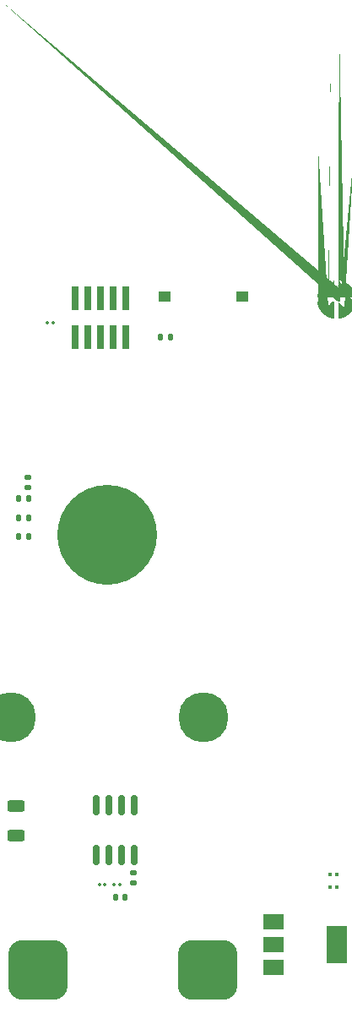
<source format=gbr>
%TF.GenerationSoftware,KiCad,Pcbnew,7.0.10*%
%TF.CreationDate,2024-01-17T02:44:35+05:30*%
%TF.ProjectId,open_src,6f70656e-5f73-4726-932e-6b696361645f,rev?*%
%TF.SameCoordinates,Original*%
%TF.FileFunction,Paste,Top*%
%TF.FilePolarity,Positive*%
%FSLAX46Y46*%
G04 Gerber Fmt 4.6, Leading zero omitted, Abs format (unit mm)*
G04 Created by KiCad (PCBNEW 7.0.10) date 2024-01-17 02:44:35*
%MOMM*%
%LPD*%
G01*
G04 APERTURE LIST*
G04 Aperture macros list*
%AMRoundRect*
0 Rectangle with rounded corners*
0 $1 Rounding radius*
0 $2 $3 $4 $5 $6 $7 $8 $9 X,Y pos of 4 corners*
0 Add a 4 corners polygon primitive as box body*
4,1,4,$2,$3,$4,$5,$6,$7,$8,$9,$2,$3,0*
0 Add four circle primitives for the rounded corners*
1,1,$1+$1,$2,$3*
1,1,$1+$1,$4,$5*
1,1,$1+$1,$6,$7*
1,1,$1+$1,$8,$9*
0 Add four rect primitives between the rounded corners*
20,1,$1+$1,$2,$3,$4,$5,0*
20,1,$1+$1,$4,$5,$6,$7,0*
20,1,$1+$1,$6,$7,$8,$9,0*
20,1,$1+$1,$8,$9,$2,$3,0*%
%AMFreePoly0*
4,1,52,0.543648,1.099843,0.558719,1.099843,0.561775,1.097622,0.564228,1.097322,0.605577,1.066182,0.605812,1.065627,0.608719,1.063516,0.615253,1.043404,0.625817,1.018539,0.625136,1.012986,0.627817,1.004737,0.627817,-0.465568,0.623279,-0.479534,0.620797,-0.502038,0.612135,-0.513832,0.608719,-0.524347,0.599487,-0.531053,0.590157,-0.543759,0.590166,-0.543771,0.581584,-0.550651,
0.565471,-0.565628,0.550498,-0.581745,0.543621,-0.590329,0.530935,-0.599650,0.524347,-0.608719,0.514033,-0.612069,0.501908,-0.620980,0.478718,-0.623544,0.465568,-0.627817,-1.004737,-0.627817,-1.010715,-0.625874,-1.018626,-0.626848,-1.054338,-0.611700,-1.063516,-0.608719,-1.064472,-0.607402,-1.066280,-0.606636,-1.097445,-0.565304,-1.097931,-0.561349,-1.099843,-0.558719,-1.099843,-0.545819,
-1.103767,-0.513928,-1.054108,-0.273786,-0.973934,-0.042040,-0.864579,0.177449,-0.727865,0.381026,-0.566071,0.565300,-0.381890,0.727200,-0.178392,0.864030,0.041035,0.973511,0.272735,1.053819,0.512848,1.103616,0.543648,1.099843,0.543648,1.099843,$1*%
%AMFreePoly1*
4,1,54,0.344810,0.627817,0.465568,0.627817,0.479534,0.623279,0.502038,0.620797,0.513832,0.612135,0.524347,0.608719,0.531053,0.599487,0.543759,0.590157,0.543771,0.590166,0.550651,0.581584,0.565628,0.565471,0.581745,0.550498,0.590329,0.543621,0.599650,0.530935,0.608719,0.524347,0.612069,0.514033,0.620980,0.501908,0.623544,0.478718,0.627817,0.465568,0.627817,-1.004737,
0.625874,-1.010715,0.626848,-1.018626,0.611700,-1.054338,0.608719,-1.063516,0.607402,-1.064472,0.606636,-1.066280,0.565304,-1.097445,0.561349,-1.097931,0.558719,-1.099843,0.545820,-1.099843,0.513928,-1.103767,0.273786,-1.054108,0.042040,-0.973934,-0.177449,-0.864579,-0.381026,-0.727865,-0.565300,-0.566071,-0.727200,-0.381890,-0.864030,-0.178392,-0.973511,0.041035,-1.053819,0.272735,
-1.103616,0.512848,-1.099843,0.543648,-1.099843,0.558719,-1.097622,0.561775,-1.097322,0.564228,-1.066182,0.605577,-1.065627,0.605812,-1.063516,0.608719,-1.043404,0.615253,-1.018539,0.625817,-1.012986,0.625136,-1.004737,0.627817,0.344806,0.627818,0.344810,0.627817,0.344810,0.627817,$1*%
%AMFreePoly2*
4,1,52,-0.513928,1.103767,-0.273786,1.054108,-0.042040,0.973934,0.177449,0.864579,0.381026,0.727865,0.565300,0.566071,0.727200,0.381890,0.864030,0.178392,0.973511,-0.041035,1.053819,-0.272735,1.103616,-0.512848,1.099843,-0.543648,1.099843,-0.558719,1.097622,-0.561775,1.097322,-0.564228,1.066182,-0.605577,1.065627,-0.605812,1.063516,-0.608719,1.043404,-0.615253,1.018539,-0.625817,
1.012986,-0.625136,1.004737,-0.627817,-0.465568,-0.627817,-0.479533,-0.623279,-0.502022,-0.620803,-0.513825,-0.612137,-0.524347,-0.608719,-0.531050,-0.599492,-0.543749,-0.590171,-0.550630,-0.581589,-0.565610,-0.565479,-0.581730,-0.550508,-0.590315,-0.543632,-0.599644,-0.530939,-0.608719,-0.524347,-0.612068,-0.514039,-0.620974,-0.501924,-0.623543,-0.478721,-0.627817,-0.465568,-0.627817,1.004737,
-0.625874,1.010715,-0.626848,1.018626,-0.611700,1.054338,-0.608719,1.063516,-0.607402,1.064472,-0.606636,1.066280,-0.565304,1.097445,-0.561349,1.097931,-0.558719,1.099843,-0.545820,1.099843,-0.513928,1.103768,-0.513928,1.103767,-0.513928,1.103767,$1*%
%AMFreePoly3*
4,1,51,1.010715,0.625874,1.018626,0.626848,1.054338,0.611700,1.063516,0.608719,1.064472,0.607402,1.066280,0.606636,1.097445,0.565304,1.097931,0.561349,1.099843,0.558719,1.099843,0.545819,1.103767,0.513928,1.054108,0.273786,0.973934,0.042040,0.864579,-0.177449,0.727865,-0.381026,0.566071,-0.565300,0.381890,-0.727200,0.178392,-0.864030,-0.041035,-0.973511,-0.272735,-1.053819,
-0.512848,-1.103616,-0.543648,-1.099843,-0.558719,-1.099843,-0.561775,-1.097622,-0.564228,-1.097322,-0.605577,-1.066182,-0.605812,-1.065627,-0.608719,-1.063516,-0.615253,-1.043404,-0.625817,-1.018539,-0.625136,-1.012986,-0.627817,-1.004737,-0.627817,0.465568,-0.623279,0.479533,-0.620803,0.502022,-0.612137,0.513825,-0.608719,0.524347,-0.599492,0.531050,-0.590171,0.543749,-0.581589,0.550630,
-0.565479,0.565610,-0.550508,0.581730,-0.543632,0.590315,-0.530939,0.599644,-0.524347,0.608719,-0.514039,0.612068,-0.501924,0.620974,-0.478721,0.623543,-0.465568,0.627817,1.004737,0.627817,1.010715,0.625874,1.010715,0.625874,$1*%
G04 Aperture macros list end*
%ADD10RoundRect,0.135000X-0.185000X0.135000X-0.185000X-0.135000X0.185000X-0.135000X0.185000X0.135000X0*%
%ADD11R,0.600000X2.400000*%
%ADD12R,2.400000X0.600000*%
%ADD13C,5.000000*%
%ADD14C,10.000000*%
%ADD15R,2.000000X1.500000*%
%ADD16R,2.000000X3.800000*%
%ADD17RoundRect,0.150000X-0.150000X0.825000X-0.150000X-0.825000X0.150000X-0.825000X0.150000X0.825000X0*%
%ADD18R,1.250000X1.000000*%
%ADD19RoundRect,0.135000X-0.135000X-0.185000X0.135000X-0.185000X0.135000X0.185000X-0.135000X0.185000X0*%
%ADD20RoundRect,0.135000X0.135000X0.185000X-0.135000X0.185000X-0.135000X-0.185000X0.135000X-0.185000X0*%
%ADD21RoundRect,0.250000X-0.625000X0.312500X-0.625000X-0.312500X0.625000X-0.312500X0.625000X0.312500X0*%
%ADD22RoundRect,0.250000X0.625000X-0.312500X0.625000X0.312500X-0.625000X0.312500X-0.625000X-0.312500X0*%
%ADD23R,0.740000X2.400000*%
%ADD24RoundRect,0.147500X-0.147500X-0.172500X0.147500X-0.172500X0.147500X0.172500X-0.147500X0.172500X0*%
%ADD25RoundRect,0.067500X-0.067500X-0.067500X0.067500X-0.067500X0.067500X0.067500X-0.067500X0.067500X0*%
%ADD26RoundRect,0.079500X-0.079500X-0.100500X0.079500X-0.100500X0.079500X0.100500X-0.079500X0.100500X0*%
%ADD27RoundRect,0.079500X0.079500X0.100500X-0.079500X0.100500X-0.079500X-0.100500X0.079500X-0.100500X0*%
%ADD28RoundRect,0.067500X0.067500X0.067500X-0.067500X0.067500X-0.067500X-0.067500X0.067500X-0.067500X0*%
%ADD29FreePoly0,0.000000*%
%ADD30FreePoly1,0.000000*%
%ADD31FreePoly2,0.000000*%
%ADD32FreePoly3,0.000000*%
%ADD33RoundRect,1.500000X1.500000X1.500000X-1.500000X1.500000X-1.500000X-1.500000X1.500000X-1.500000X0*%
G04 APERTURE END LIST*
D10*
%TO.C,R14*%
X140160000Y-87640000D03*
X140160000Y-86620000D03*
%TD*%
%TO.C,R13*%
X141500000Y-87600000D03*
X141500000Y-86580000D03*
%TD*%
D11*
%TO.C,U1*%
X138620000Y-78279999D03*
X139620001Y-78279999D03*
X140619999Y-78279999D03*
X141619999Y-78279999D03*
X142620000Y-78279999D03*
X143620000Y-78279999D03*
X144619998Y-78279999D03*
X145619999Y-78279999D03*
X146620000Y-78279999D03*
X147620000Y-78279999D03*
X148620001Y-78279999D03*
X149619999Y-78279999D03*
X150619999Y-78279999D03*
X151620000Y-78279999D03*
D12*
X152119999Y-76130001D03*
X152119999Y-75130000D03*
X152119999Y-74130000D03*
X152119999Y-73129999D03*
X152119999Y-72130001D03*
X152119999Y-71130000D03*
X152119999Y-70130000D03*
X152119999Y-69129999D03*
D11*
X151620000Y-66980001D03*
X150619999Y-66980001D03*
X149620001Y-66980001D03*
X148620001Y-66980001D03*
X147620000Y-66980001D03*
X146620000Y-66980001D03*
X145619999Y-66980001D03*
X144620001Y-66980001D03*
X143620000Y-66980001D03*
X142620000Y-66980001D03*
X141619999Y-66980001D03*
X140619999Y-66980001D03*
X139620001Y-66980001D03*
X138620000Y-66980001D03*
%TD*%
D13*
%TO.C,H9*%
X154432000Y-98806000D03*
%TD*%
D14*
%TO.C,H8*%
X164084000Y-80518000D03*
%TD*%
D13*
%TO.C,H4*%
X173736000Y-98806000D03*
%TD*%
D15*
%TO.C,U4*%
X180800000Y-123930000D03*
X180800000Y-121630000D03*
D16*
X187100000Y-121630000D03*
D15*
X180800000Y-119330000D03*
%TD*%
D17*
%TO.C,U2*%
X166775000Y-112615000D03*
X165505000Y-112615000D03*
X164235000Y-112615000D03*
X162965000Y-112615000D03*
X162965000Y-107665000D03*
X164235000Y-107665000D03*
X165505000Y-107665000D03*
X166775000Y-107665000D03*
%TD*%
D18*
%TO.C,SW1*%
X177611000Y-56642000D03*
X169861000Y-56642000D03*
%TD*%
D19*
%TO.C,R17*%
X156210000Y-80730000D03*
X155190000Y-80730000D03*
%TD*%
D10*
%TO.C,R16*%
X156160000Y-75770000D03*
X156160000Y-74750000D03*
%TD*%
D20*
%TO.C,R15*%
X169414000Y-60706000D03*
X170434000Y-60706000D03*
%TD*%
D21*
%TO.C,R12*%
X154940000Y-107757500D03*
X154940000Y-110682500D03*
%TD*%
D22*
%TO.C,R11*%
X146812000Y-96073500D03*
X146812000Y-98998500D03*
%TD*%
%TO.C,R7*%
X150876000Y-110682500D03*
X150876000Y-107757500D03*
%TD*%
D21*
%TO.C,R6*%
X146812000Y-107757500D03*
X146812000Y-110682500D03*
%TD*%
D22*
%TO.C,R5*%
X143002000Y-110682500D03*
X143002000Y-107757500D03*
%TD*%
D10*
%TO.C,R2*%
X166740000Y-114440000D03*
X166740000Y-115460000D03*
%TD*%
D23*
%TO.C,J1*%
X165960000Y-56840000D03*
X165960000Y-60740000D03*
X164690000Y-56840000D03*
X164690000Y-60740000D03*
X163420000Y-56840000D03*
X163420000Y-60740000D03*
X162150000Y-56840000D03*
X162150000Y-60740000D03*
X160880000Y-56840000D03*
X160880000Y-60740000D03*
%TD*%
D24*
%TO.C,D3*%
X155240000Y-78880000D03*
X156210000Y-78880000D03*
%TD*%
%TO.C,D2*%
X156210000Y-76890000D03*
X155240000Y-76890000D03*
%TD*%
%TO.C,D1*%
X165885000Y-116900000D03*
X164915000Y-116900000D03*
%TD*%
D25*
%TO.C,C5*%
X158635000Y-59310000D03*
X158085000Y-59310000D03*
%TD*%
D26*
%TO.C,C4*%
X186435000Y-115880000D03*
X187125000Y-115880000D03*
%TD*%
D27*
%TO.C,C3*%
X187130000Y-114600000D03*
X186440000Y-114600000D03*
%TD*%
D28*
%TO.C,C2*%
X163301000Y-115570000D03*
X163851000Y-115570000D03*
%TD*%
D25*
%TO.C,C1*%
X164795000Y-115630000D03*
X165345000Y-115630000D03*
%TD*%
D29*
%TO.C,REF\u002A\u002A*%
X138564366Y-132144366D03*
D30*
X138564366Y-133700000D03*
D31*
X140120000Y-132144366D03*
D32*
X140120000Y-133700000D03*
%TD*%
%TO.C,REF\u002A\u002A*%
X187847817Y-57737817D03*
D30*
X186292183Y-57737817D03*
D31*
X187847817Y-56182183D03*
D29*
X186292183Y-56182183D03*
%TD*%
D33*
%TO.C,F1*%
X157180000Y-124120000D03*
X174180000Y-124120000D03*
%TD*%
M02*

</source>
